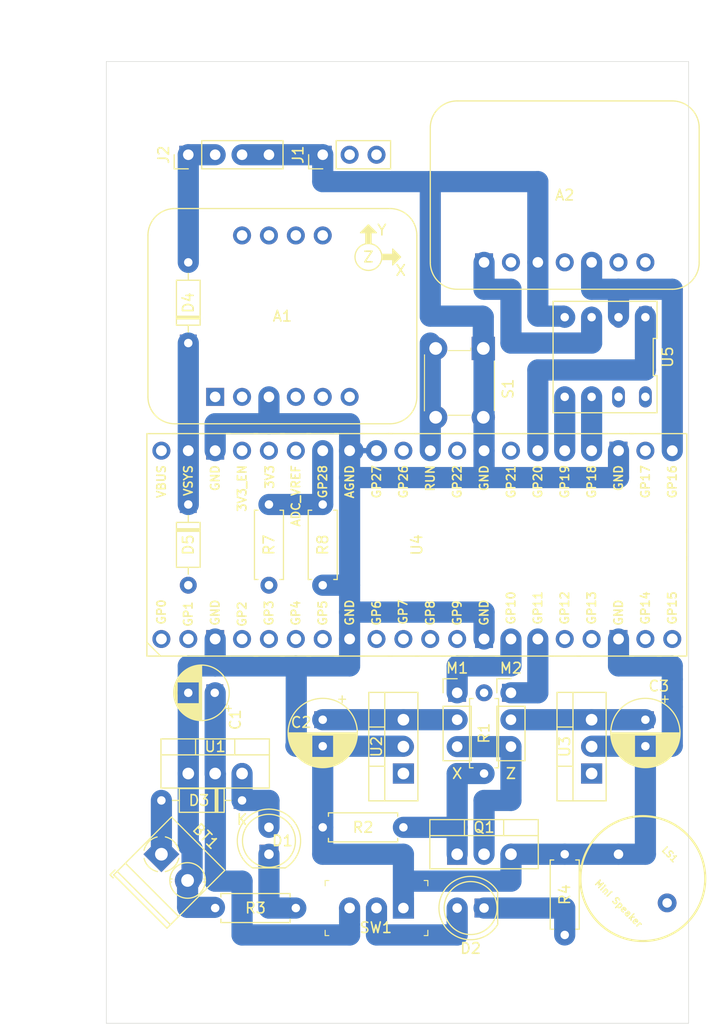
<source format=kicad_pcb>
(kicad_pcb (version 20171130) (host pcbnew 5.1.10-88a1d61d58~88~ubuntu20.04.1)
  (title_block (title "Slider Avionics") (rev v1) (company "Zachary Kohnen") (comment 1 "Perf Board Layout"))
  (layers (0 F.Cu signal) (31 B.Cu signal) (35 F.Paste user) (37 F.SilkS user) (38 B.Mask user) (39 F.Mask user) (44 Edge.Cuts user))
  (net 0 "")
  (net 1 GND)
  (net 2 +3V3)
  (net 3 Servo_X_VCC)
  (net 4 Servo_Z_VCC)
  (net 5 "Net-(D1-Pad1)")
  (net 6 I2C0_SDA)
  (net 7 I2C0_SCL)
  (net 8 SPI0_RX)
  (net 9 SPI0_TX)
  (net 10 SPI0_SCK)
  (net 11 PWM_Buzzer)
  (net 12 Servo_GND)
  (net 13 PWM_Servo_X)
  (net 14 PWM_Servo_Z)
  (net 15 "Net-(NT1-Pad2)")
  (net 16 ARM)
  (net 17 "Net-(Q1-Pad1)")
  (net 18 Servo_EN)
  (net 19 V_BAT_Sense)
  (net 20 RUN)
  (net 21 "Net-(U4-Pad1)")
  (net 22 "Net-(U4-Pad2)")
  (net 23 "Net-(U4-Pad4)")
  (net 24 "Net-(U4-Pad5)")
  (net 25 "Net-(U4-Pad9)")
  (net 26 "Net-(U4-Pad11)")
  (net 27 "Net-(U4-Pad16)")
  (net 28 "Net-(U4-Pad31)")
  (net 29 "Net-(U4-Pad35)")
  (net 30 "Net-(U4-Pad36)")
  (net 31 "Net-(U4-Pad37)")
  (net 32 "Net-(U4-Pad40)")
  (net 33 "Net-(BT1-Pad1)")
  (net 34 +BATT)
  (net 35 "Net-(A1-Pad6)")
  (net 36 "Net-(A1-Pad2)")
  (net 37 "Net-(A1-Pad7)")
  (net 38 "Net-(A1-Pad9)")
  (net 39 "Net-(A1-Pad8)")
  (net 40 "Net-(A1-Pad10)")
  (net 41 BMP280_CS)
  (net 42 "Net-(A2-Pad2)")
  (net 43 FRAM_CS)
  (net 44 "Net-(U4-Pad22)")
  (net 45 "Net-(U5-Pad7)")
  (net 46 "Net-(D2-Pad1)")
  (net 47 Parachute_Deploy)
  (net 48 "Net-(U4-Pad17)")
  (net 49 "Net-(U4-Pad19)")
  (net 50 "Net-(D4-Pad2)")
  (net 51 "Net-(D4-Pad1)")
  (module NetTie:NetTie-2_SMD_Pad0.5mm (layer B.Cu) (at 224.258 86.74)
    (fp_text reference NT1 hide)
    (fp_text value "ADC Ground Reference")
    (fp_poly (pts (xy -0.5 0.25) (xy 0.5 0.25) (xy 0.5 -0.25) (xy -0.5 -0.25)) (layer B.Cu) (width 0))
    (pad 2 smd circle (at 0.5 0) (size 0.5 0.5) (layers B.Cu) (net 15 "Net-(NT1-Pad2)"))
    (pad 1 smd circle (at -0.5 0) (size 0.5 0.5) (layers B.Cu) (net 1 GND))
  )
  (module Connector_PinHeader_2.54mm:PinHeader_1x04_P2.54mm_Vertical (layer F.Cu) (at 207.74 58.8 90)
    (fp_text reference J2 (at 0 -2.33 90) (layer F.SilkS))
    (fp_text value "UC Debug PWR")
    (pad 4 thru_hole oval (at 0 7.62 90) (size 1.7 1.7) (drill 1) (layers *.Cu *.Mask) (net 1 GND))
    (pad 3 thru_hole oval (at 0 5.08 90) (size 1.7 1.7) (drill 1) (layers *.Cu *.Mask) (net 1 GND))
    (pad 2 thru_hole oval (at 0 2.54 90) (size 1.7 1.7) (drill 1) (layers *.Cu *.Mask) (net 50 "Net-(D4-Pad2)"))
    (pad 1 thru_hole rect (at 0 0 90) (size 1.7 1.7) (drill 1) (layers *.Cu *.Mask) (net 50 "Net-(D4-Pad2)"))
  )
  (module Diode_THT:D_DO-35_SOD27_P7.62mm_Horizontal (layer F.Cu) (at 207.74 76.58 90)
    (fp_text reference D4 (at 3.81 0 90) (layer F.SilkS))
    (fp_text value D_Schottky)
    (pad 2 thru_hole oval (at 7.62 0 90) (size 1.6 1.6) (drill 0.8) (layers *.Cu *.Mask) (net 50 "Net-(D4-Pad2)"))
    (pad 1 thru_hole rect (at 0 0 90) (size 1.6 1.6) (drill 0.8) (layers *.Cu *.Mask) (net 51 "Net-(D4-Pad1)"))
  )
  (module Diode_THT:D_DO-35_SOD27_P7.62mm_Horizontal (layer F.Cu) (at 212.82 119.76 180)
    (fp_text reference D3 (at 4.064 0) (layer F.SilkS))
    (fp_text value D_Schottky)
    (fp_text user K (at 0 -1.8) (layer F.SilkS))
    (pad 2 thru_hole oval (at 7.62 0 180) (size 1.6 1.6) (drill 0.8) (layers *.Cu *.Mask) (net 33 "Net-(BT1-Pad1)"))
    (pad 1 thru_hole rect (at 0 0 180) (size 1.6 1.6) (drill 0.8) (layers *.Cu *.Mask) (net 34 +BATT))
  )
  (module Connector_PinHeader_2.54mm:PinHeader_1x03_P2.54mm_Vertical (layer F.Cu) (at 220.44 58.8 90)
    (fp_text reference J1 (at 0 -2.33 90) (layer F.SilkS))
    (fp_text value Parachute)
    (pad 3 thru_hole oval (at 0 5.08 90) (size 1.7 1.7) (drill 1) (layers *.Cu *.Mask) (net 34 +BATT))
    (pad 2 thru_hole oval (at 0 2.54 90) (size 1.7 1.7) (drill 1) (layers *.Cu *.Mask) (net 47 Parachute_Deploy))
    (pad 1 thru_hole rect (at 0 0 90) (size 1.7 1.7) (drill 1) (layers *.Cu *.Mask) (net 1 GND))
  )
  (module Resistor_THT:R_Axial_DIN0207_L6.3mm_D2.5mm_P7.62mm_Horizontal (layer F.Cu) (at 243.3 124.84 270)
    (fp_text reference R4 (at 3.81 0 90) (layer F.SilkS))
    (fp_text value 220)
    (pad 2 thru_hole oval (at 7.62 0 270) (size 1.6 1.6) (drill 0.8) (layers *.Cu *.Mask) (net 46 "Net-(D2-Pad1)"))
    (pad 1 thru_hole circle (at 0 0 270) (size 1.6 1.6) (drill 0.8) (layers *.Cu *.Mask) (net 1 GND))
  )
  (module LED_THT:LED_D5.0mm (layer F.Cu) (at 235.68 129.92 180)
    (fp_text reference D2 (at 1.27 -3.81) (layer F.SilkS))
    (fp_text value "LED (RED)")
    (pad 2 thru_hole circle (at 2.54 0 180) (size 1.8 1.8) (drill 0.9) (layers *.Cu *.Mask) (net 16 ARM))
    (pad 1 thru_hole rect (at 0 0 180) (size 1.8 1.8) (drill 0.9) (layers *.Cu *.Mask) (net 46 "Net-(D2-Pad1)"))
  )
  (module MCU_RaspberryPi_and_Boards:RPi_Pico_TH_Perfboard (layer F.Cu) (at 205.2 104.52 90)
    (fp_text reference U4 (at 8.89 24.13 90) (layer F.SilkS))
    (fp_text value Pico)
    (fp_text user GP1 (at 1.07 2.53 90) (layer F.SilkS) (effects (font (size 0.8 0.8)) (justify left)))
    (fp_text user GP2 (at 1.07 7.62 90) (layer F.SilkS) (effects (font (size 0.8 0.8)) (justify left)))
    (fp_text user GP0 (at 1.27 0 90) (layer F.SilkS) (effects (font (size 0.8 0.8)) (justify left)))
    (fp_text user GP3 (at 1.17 10.16 90) (layer F.SilkS) (effects (font (size 0.8 0.8)) (justify left)))
    (fp_text user GP4 (at 1.17 12.7 90) (layer F.SilkS) (effects (font (size 0.8 0.8)) (justify left)))
    (fp_text user GP5 (at 1.17 15.24 90) (layer F.SilkS) (effects (font (size 0.8 0.8)) (justify left)))
    (fp_text user GP6 (at 1.17 20.32 90) (layer F.SilkS) (effects (font (size 0.8 0.8)) (justify left)))
    (fp_text user GP7 (at 1.27 22.83 90) (layer F.SilkS) (effects (font (size 0.8 0.8)) (justify left)))
    (fp_text user GP8 (at 1.17 25.4 90) (layer F.SilkS) (effects (font (size 0.8 0.8)) (justify left)))
    (fp_text user GP9 (at 1.17 27.94 90) (layer F.SilkS) (effects (font (size 0.8 0.8)) (justify left)))
    (fp_text user GP10 (at 1.27 33.02 90) (layer F.SilkS) (effects (font (size 0.8 0.8)) (justify left)))
    (fp_text user GP11 (at 1.27 35.56 90) (layer F.SilkS) (effects (font (size 0.8 0.8)) (justify left)))
    (fp_text user GP12 (at 1.27 38.1 90) (layer F.SilkS) (effects (font (size 0.8 0.8)) (justify left)))
    (fp_text user GP13 (at 1.27 40.64 90) (layer F.SilkS) (effects (font (size 0.8 0.8)) (justify left)))
    (fp_text user GP14 (at 1.27 45.72 90) (layer F.SilkS) (effects (font (size 0.8 0.8)) (justify left)))
    (fp_text user GP15 (at 1.27 48.26 90) (layer F.SilkS) (effects (font (size 0.8 0.8)) (justify left)))
    (fp_text user GP16 (at 16.51 48.26 90) (layer F.SilkS) (effects (font (size 0.8 0.8)) (justify right)))
    (fp_text user GP17 (at 16.51 45.72 90) (layer F.SilkS) (effects (font (size 0.8 0.8)) (justify right)))
    (fp_text user GP18 (at 16.51 40.64 90) (layer F.SilkS) (effects (font (size 0.8 0.8)) (justify right)))
    (fp_text user GP19 (at 16.51 38.1 90) (layer F.SilkS) (effects (font (size 0.8 0.8)) (justify right)))
    (fp_text user GP20 (at 16.51 35.56 90) (layer F.SilkS) (effects (font (size 0.8 0.8)) (justify right)))
    (fp_text user GP21 (at 16.51 33.03 90) (layer F.SilkS) (effects (font (size 0.8 0.8)) (justify right)))
    (fp_text user GP22 (at 16.51 27.94 90) (layer F.SilkS) (effects (font (size 0.8 0.8)) (justify right)))
    (fp_text user RUN (at 16.51 25.4 90) (layer F.SilkS) (effects (font (size 0.8 0.8)) (justify right)))
    (fp_text user GP26 (at 16.51 22.86 90) (layer F.SilkS) (effects (font (size 0.8 0.8)) (justify right)))
    (fp_text user GP27 (at 16.51 20.33 90) (layer F.SilkS) (effects (font (size 0.8 0.8)) (justify right)))
    (fp_text user GP28 (at 16.51 15.24 90) (layer F.SilkS) (effects (font (size 0.8 0.8)) (justify right)))
    (fp_text user ADC_VREF (at 16.51 12.7 90) (layer F.SilkS) (effects (font (size 0.8 0.8)) (justify right)))
    (fp_text user 3V3 (at 16.51 10.23 90) (layer F.SilkS) (effects (font (size 0.8 0.8)) (justify right)))
    (fp_text user 3V3_EN (at 16.51 7.62 90) (layer F.SilkS) (effects (font (size 0.8 0.8)) (justify right)))
    (fp_text user VSYS (at 16.51 2.54 90) (layer F.SilkS) (effects (font (size 0.8 0.8)) (justify right)))
    (fp_text user VBUS (at 16.51 0 90) (layer F.SilkS) (effects (font (size 0.8 0.8)) (justify right)))
    (fp_text user GND (at 1.17 5.08 90) (layer F.SilkS) (effects (font (size 0.8 0.8)) (justify left)))
    (fp_text user GND (at 1.17 17.78 90) (layer F.SilkS) (effects (font (size 0.8 0.8)) (justify left)))
    (fp_text user GND (at 1.17 30.48 90) (layer F.SilkS) (effects (font (size 0.8 0.8)) (justify left)))
    (fp_text user GND (at 1.17 43.18 90) (layer F.SilkS) (effects (font (size 0.8 0.8)) (justify left)))
    (fp_text user GND (at 16.51 43.18 90) (layer F.SilkS) (effects (font (size 0.8 0.8)) (justify right)))
    (fp_text user GND (at 16.51 30.48 90) (layer F.SilkS) (effects (font (size 0.8 0.8)) (justify right)))
    (fp_text user GND (at 16.51 5.08 90) (layer F.SilkS) (effects (font (size 0.8 0.8)) (justify right)))
    (fp_text user AGND (at 16.51 17.78 90) (layer F.SilkS) (effects (font (size 0.8 0.8)) (justify right)))
    (pad 1 thru_hole oval (at 0 0 90) (size 1.7 1.7) (drill 1.02) (layers *.Cu *.Mask) (net 21 "Net-(U4-Pad1)"))
    (pad 2 thru_hole oval (at 0 2.54 90) (size 1.7 1.7) (drill 1.02) (layers *.Cu *.Mask) (net 22 "Net-(U4-Pad2)"))
    (pad 3 thru_hole rect (at 0 5.08 90) (size 1.7 1.7) (drill 1.02) (layers *.Cu *.Mask) (net 1 GND))
    (pad 4 thru_hole oval (at 0 7.62 90) (size 1.7 1.7) (drill 1.02) (layers *.Cu *.Mask) (net 23 "Net-(U4-Pad4)"))
    (pad 5 thru_hole oval (at 0 10.16 90) (size 1.7 1.7) (drill 1.02) (layers *.Cu *.Mask) (net 24 "Net-(U4-Pad5)"))
    (pad 6 thru_hole oval (at 0 12.7 90) (size 1.7 1.7) (drill 1.02) (layers *.Cu *.Mask) (net 6 I2C0_SDA))
    (pad 7 thru_hole oval (at 0 15.24 90) (size 1.7 1.7) (drill 1.02) (layers *.Cu *.Mask) (net 7 I2C0_SCL))
    (pad 8 thru_hole rect (at 0 17.78 90) (size 1.7 1.7) (drill 1.02) (layers *.Cu *.Mask) (net 1 GND))
    (pad 9 thru_hole oval (at 0 20.32 90) (size 1.7 1.7) (drill 1.02) (layers *.Cu *.Mask) (net 25 "Net-(U4-Pad9)"))
    (pad 10 thru_hole oval (at 0 22.86 90) (size 1.7 1.7) (drill 1.02) (layers *.Cu *.Mask) (net 16 ARM))
    (pad 11 thru_hole oval (at 0 25.4 90) (size 1.7 1.7) (drill 1.02) (layers *.Cu *.Mask) (net 26 "Net-(U4-Pad11)"))
    (pad 12 thru_hole oval (at 0 27.94 90) (size 1.7 1.7) (drill 1.02) (layers *.Cu *.Mask) (net 18 Servo_EN))
    (pad 13 thru_hole rect (at 0 30.48 90) (size 1.7 1.7) (drill 1.02) (layers *.Cu *.Mask) (net 1 GND))
    (pad 14 thru_hole oval (at 0 33.02 90) (size 1.7 1.7) (drill 1.02) (layers *.Cu *.Mask) (net 13 PWM_Servo_X))
    (pad 15 thru_hole oval (at 0 35.56 90) (size 1.7 1.7) (drill 1.02) (layers *.Cu *.Mask) (net 14 PWM_Servo_Z))
    (pad 16 thru_hole oval (at 0 38.1 90) (size 1.7 1.7) (drill 1.02) (layers *.Cu *.Mask) (net 27 "Net-(U4-Pad16)"))
    (pad 17 thru_hole oval (at 0 40.64 90) (size 1.7 1.7) (drill 1.02) (layers *.Cu *.Mask) (net 48 "Net-(U4-Pad17)"))
    (pad 18 thru_hole rect (at 0 43.18 90) (size 1.7 1.7) (drill 1.02) (layers *.Cu *.Mask) (net 1 GND))
    (pad 19 thru_hole oval (at 0 45.72 90) (size 1.7 1.7) (drill 1.02) (layers *.Cu *.Mask) (net 49 "Net-(U4-Pad19)"))
    (pad 20 thru_hole oval (at 0 48.26 90) (size 1.7 1.7) (drill 1.02) (layers *.Cu *.Mask) (net 11 PWM_Buzzer))
    (pad 21 thru_hole oval (at 17.78 48.26 90) (size 1.7 1.7) (drill 1.02) (layers *.Cu *.Mask) (net 8 SPI0_RX))
    (pad 22 thru_hole oval (at 17.78 45.72 90) (size 1.7 1.7) (drill 1.02) (layers *.Cu *.Mask) (net 44 "Net-(U4-Pad22)"))
    (pad 23 thru_hole rect (at 17.78 43.18 90) (size 1.7 1.7) (drill 1.02) (layers *.Cu *.Mask) (net 1 GND))
    (pad 24 thru_hole oval (at 17.78 40.64 90) (size 1.7 1.7) (drill 1.02) (layers *.Cu *.Mask) (net 10 SPI0_SCK))
    (pad 25 thru_hole oval (at 17.78 38.1 90) (size 1.7 1.7) (drill 1.02) (layers *.Cu *.Mask) (net 9 SPI0_TX))
    (pad 26 thru_hole oval (at 17.78 35.56 90) (size 1.7 1.7) (drill 1.02) (layers *.Cu *.Mask) (net 43 FRAM_CS))
    (pad 27 thru_hole oval (at 17.78 33.02 90) (size 1.7 1.7) (drill 1.02) (layers *.Cu *.Mask) (net 41 BMP280_CS))
    (pad 28 thru_hole rect (at 17.78 30.48 90) (size 1.7 1.7) (drill 1.02) (layers *.Cu *.Mask) (net 1 GND))
    (pad 29 thru_hole oval (at 17.78 27.94 90) (size 1.7 1.7) (drill 1.02) (layers *.Cu *.Mask) (net 47 Parachute_Deploy))
    (pad 30 thru_hole oval (at 17.78 25.4 90) (size 1.7 1.7) (drill 1.02) (layers *.Cu *.Mask) (net 20 RUN))
    (pad 31 thru_hole oval (at 17.78 22.86 90) (size 1.7 1.7) (drill 1.02) (layers *.Cu *.Mask) (net 28 "Net-(U4-Pad31)"))
    (pad 32 thru_hole oval (at 17.78 20.32 90) (size 1.7 1.7) (drill 1.02) (layers *.Cu *.Mask) (net 15 "Net-(NT1-Pad2)"))
    (pad 33 thru_hole rect (at 17.78 17.78 90) (size 1.7 1.7) (drill 1.02) (layers *.Cu *.Mask) (net 1 GND))
    (pad 34 thru_hole oval (at 17.78 15.24 90) (size 1.7 1.7) (drill 1.02) (layers *.Cu *.Mask) (net 19 V_BAT_Sense))
    (pad 35 thru_hole oval (at 17.78 12.7 90) (size 1.7 1.7) (drill 1.02) (layers *.Cu *.Mask) (net 29 "Net-(U4-Pad35)"))
    (pad 36 thru_hole oval (at 17.78 10.16 90) (size 1.7 1.7) (drill 1.02) (layers *.Cu *.Mask) (net 30 "Net-(U4-Pad36)"))
    (pad 37 thru_hole oval (at 17.78 7.62 90) (size 1.7 1.7) (drill 1.02) (layers *.Cu *.Mask) (net 31 "Net-(U4-Pad37)"))
    (pad 38 thru_hole rect (at 17.78 5.08 90) (size 1.7 1.7) (drill 1.02) (layers *.Cu *.Mask) (net 1 GND))
    (pad 39 thru_hole oval (at 17.78 2.54 90) (size 1.7 1.7) (drill 1.02) (layers *.Cu *.Mask) (net 51 "Net-(D4-Pad1)"))
    (pad 40 thru_hole oval (at 17.78 0 90) (size 1.7 1.7) (drill 1.02) (layers *.Cu *.Mask) (net 32 "Net-(U4-Pad40)"))
  )
  (module SparkFun-Electromechanical:BUZZER-12MM (layer F.Cu) (at 250.67715 127.13715 315)
    (fp_text reference LS1 (at 0.195374 -3.412497 135) (layer F.SilkS) (effects (font (size 0.6096 0.6096) (thickness 0.127))))
    (fp_text value "Mini Speaker" (at 0.054555 3.28456 135) (layer F.SilkS) (effects (font (size 0.6096 0.6096) (thickness 0.127))))
    (pad - thru_hole circle (at -3.24866 0 315) (size 1.778 1.778) (drill 0.89916) (layers *.Cu *.Mask) (net 1 GND))
    (pad + thru_hole circle (at 3.24866 0 315) (size 1.778 1.778) (drill 0.89916) (layers *.Cu *.Mask) (net 11 PWM_Buzzer))
  )
  (module cypress:FM25V20A (layer F.Cu) (at 250.92 74.14 180)
    (fp_text reference U5 (at -2.1 -3.76 90) (layer F.SilkS))
    (fp_text value FM25V20A-PG)
    (pad 4 thru_hole oval (at 7.62 0 180) (size 1.2 2) (drill 0.8) (layers *.Cu *.Mask) (net 1 GND))
    (pad 5 thru_hole oval (at 7.62 -7.52 180) (size 1.2 2) (drill 0.8) (layers *.Cu *.Mask) (net 9 SPI0_TX))
    (pad 3 thru_hole oval (at 5.08 0 180) (size 1.2 2) (drill 0.8) (layers *.Cu *.Mask) (net 2 +3V3))
    (pad 6 thru_hole oval (at 5.08 -7.52 180) (size 1.2 2) (drill 0.8) (layers *.Cu *.Mask) (net 10 SPI0_SCK))
    (pad 2 thru_hole oval (at 2.54 0 180) (size 1.2 2) (drill 0.8) (layers *.Cu *.Mask) (net 8 SPI0_RX))
    (pad 7 thru_hole oval (at 2.54 -7.52 180) (size 1.2 2) (drill 0.8) (layers *.Cu *.Mask) (net 45 "Net-(U5-Pad7)"))
    (pad 1 thru_hole rect (at 0 0 180) (size 1.2 2) (drill 0.8) (layers *.Cu *.Mask) (net 43 FRAM_CS))
    (pad 8 thru_hole oval (at 0 -7.52 180) (size 1.2 2) (drill 0.8) (layers *.Cu *.Mask) (net 2 +3V3))
  )
  (module adafruit:Adafruit_BMP280 (layer F.Cu) (at 235.68 68.96)
    (fp_text reference A2 (at 7.62 -6.35) (layer F.SilkS))
    (fp_text value BMP280)
    (pad 2 thru_hole oval (at 2.54 0 90) (size 1.7 1.7) (drill 1) (layers *.Cu *.Mask) (net 42 "Net-(A2-Pad2)"))
    (pad 1 thru_hole rect (at 0 0 90) (size 1.7 1.7) (drill 1) (layers *.Cu *.Mask) (net 2 +3V3))
    (pad 3 thru_hole oval (at 5.08 0 90) (size 1.7 1.7) (drill 1) (layers *.Cu *.Mask) (net 1 GND))
    (pad 4 thru_hole oval (at 7.62 0 180) (size 1.7 1.7) (drill 1) (layers *.Cu *.Mask) (net 10 SPI0_SCK))
    (pad 5 thru_hole oval (at 10.16 0 90) (size 1.7 1.7) (drill 1) (layers *.Cu *.Mask) (net 8 SPI0_RX))
    (pad 6 thru_hole oval (at 12.7 0 90) (size 1.7 1.7) (drill 1) (layers *.Cu *.Mask) (net 9 SPI0_TX))
    (pad 7 thru_hole oval (at 15.24 0 90) (size 1.7 1.7) (drill 1) (layers *.Cu *.Mask) (net 41 BMP280_CS))
  )
  (module adafruit:Adafruit_BNO055 (layer F.Cu) (at 210.28 81.66)
    (fp_text reference A1 (at 6.35 -7.62) (layer F.SilkS))
    (fp_text value BNO055)
    (fp_text user X (at 17.526 -11.938) (layer F.SilkS))
    (fp_text user Y (at 15.748 -15.748) (layer F.SilkS))
    (fp_text user Z (at 14.478 -13.208) (layer F.SilkS))
    (pad 1 thru_hole rect (at 0 0 90) (size 1.7 1.7) (drill 1) (layers *.Cu *.Mask) (net 2 +3V3))
    (pad 6 thru_hole oval (at 12.7 0 90) (size 1.7 1.7) (drill 1) (layers *.Cu *.Mask) (net 35 "Net-(A1-Pad6)"))
    (pad 4 thru_hole oval (at 7.62 0 90) (size 1.7 1.7) (drill 1) (layers *.Cu *.Mask) (net 6 I2C0_SDA))
    (pad 3 thru_hole oval (at 5.08 0 90) (size 1.7 1.7) (drill 1) (layers *.Cu *.Mask) (net 1 GND))
    (pad 2 thru_hole oval (at 2.54 0 90) (size 1.7 1.7) (drill 1) (layers *.Cu *.Mask) (net 36 "Net-(A1-Pad2)"))
    (pad 5 thru_hole oval (at 10.16 0 90) (size 1.7 1.7) (drill 1) (layers *.Cu *.Mask) (net 7 I2C0_SCL))
    (pad 7 thru_hole oval (at 2.54 -15.24 90) (size 1.7 1.7) (drill 1) (layers *.Cu *.Mask) (net 37 "Net-(A1-Pad7)"))
    (pad 9 thru_hole oval (at 7.62 -15.24 90) (size 1.7 1.7) (drill 1) (layers *.Cu *.Mask) (net 38 "Net-(A1-Pad9)"))
    (pad 8 thru_hole oval (at 5.08 -15.24 90) (size 1.7 1.7) (drill 1) (layers *.Cu *.Mask) (net 39 "Net-(A1-Pad8)"))
    (pad 10 thru_hole oval (at 10.16 -15.24 90) (size 1.7 1.7) (drill 1) (layers *.Cu *.Mask) (net 40 "Net-(A1-Pad10)"))
  )
  (module digikey-footprints:Switch_Toggle_ATE1D-2M3-10-Z (layer F.Cu) (at 225.52 129.92 180)
    (fp_text reference SW1 (at 0.064672 -1.852041) (layer F.SilkS))
    (fp_text value SW_SPDT)
    (pad 3 thru_hole circle (at 2.54 0 180) (size 2 2) (drill 1) (layers *.Cu *.Mask) (net 2 +3V3))
    (pad 2 thru_hole circle (at 0 0 180) (size 2 2) (drill 1) (layers *.Cu *.Mask) (net 16 ARM))
    (pad 1 thru_hole rect (at -2.54 0 180) (size 2 2) (drill 1) (layers *.Cu *.Mask) (net 1 GND))
  )
  (module Package_TO_SOT_THT:TO-220-3_Vertical (layer F.Cu) (at 233.14 124.84)
    (fp_text reference Q1 (at 2.54 -2.54) (layer F.SilkS))
    (fp_text value IRF540N)
    (pad 1 thru_hole rect (at 0 0) (size 1.905 2) (drill 1.1) (layers *.Cu *.Mask) (net 17 "Net-(Q1-Pad1)"))
    (pad 2 thru_hole oval (at 2.54 0) (size 1.905 2) (drill 1.1) (layers *.Cu *.Mask) (net 12 Servo_GND))
    (pad 3 thru_hole oval (at 5.08 0) (size 1.905 2) (drill 1.1) (layers *.Cu *.Mask) (net 1 GND))
  )
  (module Capacitor_THT:CP_Radial_D6.3mm_P2.50mm (layer F.Cu) (at 250.92 112.14 270)
    (fp_text reference C3 (at -3.175 -1.27 180) (layer F.SilkS))
    (fp_text value 100uF)
    (pad 2 thru_hole circle (at 2.5 0 270) (size 1.6 1.6) (drill 0.8) (layers *.Cu *.Mask) (net 1 GND))
    (pad 1 thru_hole rect (at 0 0 270) (size 1.6 1.6) (drill 0.8) (layers *.Cu *.Mask) (net 4 Servo_Z_VCC))
  )
  (module Capacitor_THT:CP_Radial_D6.3mm_P2.50mm (layer F.Cu) (at 220.44 112.14 270)
    (fp_text reference C2 (at 0.254 2.032 180) (layer F.SilkS))
    (fp_text value 100uF)
    (pad 2 thru_hole circle (at 2.5 0 270) (size 1.6 1.6) (drill 0.8) (layers *.Cu *.Mask) (net 1 GND))
    (pad 1 thru_hole rect (at 0 0 270) (size 1.6 1.6) (drill 0.8) (layers *.Cu *.Mask) (net 3 Servo_X_VCC))
  )
  (module Diode_THT:D_DO-35_SOD27_P7.62mm_Horizontal (layer F.Cu) (at 207.74 91.82 270)
    (fp_text reference D5 (at 3.81 0 90) (layer F.SilkS))
    (fp_text value D_Schottky)
    (pad 2 thru_hole oval (at 7.62 0 270) (size 1.6 1.6) (drill 0.8) (layers *.Cu *.Mask) (net 2 +3V3))
    (pad 1 thru_hole rect (at 0 0 270) (size 1.6 1.6) (drill 0.8) (layers *.Cu *.Mask) (net 51 "Net-(D4-Pad1)"))
  )
  (module TerminalBlock_Phoenix:TerminalBlock_Phoenix_PT-1,5-2-3.5-H_1x02_P3.50mm_Horizontal (layer F.Cu) (at 205.2 124.84 315)
    (fp_text reference BT1 (at 1.75 -4.16 135) (layer F.SilkS))
    (fp_text value Battery)
    (pad 2 thru_hole circle (at 3.5 0 315) (size 2.4 2.4) (drill 1.2) (layers *.Cu *.Mask) (net 1 GND))
    (pad 1 thru_hole rect (at 0 0 315) (size 2.4 2.4) (drill 1.2) (layers *.Cu *.Mask) (net 33 "Net-(BT1-Pad1)"))
  )
  (module Connector_PinHeader_2.54mm:PinHeader_1x03_P2.54mm_Vertical (layer F.Cu) (at 238.22 109.6)
    (fp_text reference M2 (at 0 -2.33) (layer F.SilkS))
    (fp_text value "Servo Y")
    (pad 1 thru_hole rect (at 0 0) (size 1.7 1.7) (drill 1) (layers *.Cu *.Mask) (net 14 PWM_Servo_Z))
    (pad 2 thru_hole oval (at 0 2.54) (size 1.7 1.7) (drill 1) (layers *.Cu *.Mask) (net 4 Servo_Z_VCC))
    (pad 3 thru_hole oval (at 0 5.08) (size 1.7 1.7) (drill 1) (layers *.Cu *.Mask) (net 12 Servo_GND))
  )
  (module MountingHole:MountingHole_3mm (layer F.Cu) (at 204.8 54.5)
    (fp_text reference H2 hide)
    (fp_text value MountingHole hide)
    (pad 1 np_thru_hole circle (at 0 0) (size 3 3) (drill 3) (layers *.Cu *.Mask))
  )
  (module MountingHole:MountingHole_3mm (layer F.Cu) (at 204.8 137)
    (fp_text reference H1 hide)
    (fp_text value MountingHole hide)
    (pad 1 np_thru_hole circle (at 0 0) (size 3 3) (drill 3) (layers *.Cu *.Mask))
  )
  (module Capacitor_THT:CP_Radial_D5.0mm_P2.50mm (layer F.Cu) (at 210.24 109.6 180)
    (fp_text reference C1 (at -1.945 -2.54 270) (layer F.SilkS))
    (fp_text value 47uF)
    (pad 1 thru_hole rect (at 0 0 180) (size 1.6 1.6) (drill 0.8) (layers *.Cu *.Mask) (net 2 +3V3))
    (pad 2 thru_hole circle (at 2.5 0 180) (size 1.6 1.6) (drill 0.8) (layers *.Cu *.Mask) (net 1 GND))
  )
  (module LED_THT:LED_D5.0mm (layer F.Cu) (at 215.36 124.84 90)
    (fp_text reference D1 (at 1.27 1.27 180) (layer F.SilkS))
    (fp_text value "LED (YLO)")
    (pad 2 thru_hole circle (at 2.54 0 90) (size 1.8 1.8) (drill 0.9) (layers *.Cu *.Mask) (net 34 +BATT))
    (pad 1 thru_hole rect (at 0 0 90) (size 1.8 1.8) (drill 0.9) (layers *.Cu *.Mask) (net 5 "Net-(D1-Pad1)"))
  )
  (module Connector_PinHeader_2.54mm:PinHeader_1x03_P2.54mm_Vertical (layer F.Cu) (at 233.14 109.6)
    (fp_text reference M1 (at 0 -2.33) (layer F.SilkS))
    (fp_text value "Servo X")
    (pad 3 thru_hole oval (at 0 5.08) (size 1.7 1.7) (drill 1) (layers *.Cu *.Mask) (net 12 Servo_GND))
    (pad 2 thru_hole oval (at 0 2.54) (size 1.7 1.7) (drill 1) (layers *.Cu *.Mask) (net 3 Servo_X_VCC))
    (pad 1 thru_hole rect (at 0 0) (size 1.7 1.7) (drill 1) (layers *.Cu *.Mask) (net 13 PWM_Servo_X))
  )
  (module Resistor_THT:R_Axial_DIN0207_L6.3mm_D2.5mm_P7.62mm_Horizontal (layer F.Cu) (at 235.68 117.22 90)
    (fp_text reference R1 (at 3.81 0 90) (layer F.SilkS))
    (fp_text value 220)
    (pad 2 thru_hole oval (at 7.62 0 90) (size 1.6 1.6) (drill 0.8) (layers *.Cu *.Mask) (net 18 Servo_EN))
    (pad 1 thru_hole circle (at 0 0 90) (size 1.6 1.6) (drill 0.8) (layers *.Cu *.Mask) (net 17 "Net-(Q1-Pad1)"))
  )
  (module Resistor_THT:R_Axial_DIN0207_L6.3mm_D2.5mm_P7.62mm_Horizontal (layer F.Cu) (at 220.44 122.3)
    (fp_text reference R2 (at 3.81 0) (layer F.SilkS))
    (fp_text value 2.2k)
    (pad 1 thru_hole circle (at 0 0) (size 1.6 1.6) (drill 0.8) (layers *.Cu *.Mask) (net 1 GND))
    (pad 2 thru_hole oval (at 7.62 0) (size 1.6 1.6) (drill 0.8) (layers *.Cu *.Mask) (net 17 "Net-(Q1-Pad1)"))
  )
  (module Resistor_THT:R_Axial_DIN0207_L6.3mm_D2.5mm_P7.62mm_Horizontal (layer F.Cu) (at 210.28 129.92)
    (fp_text reference R3 (at 3.81 0) (layer F.SilkS))
    (fp_text value 220)
    (pad 2 thru_hole oval (at 7.62 0) (size 1.6 1.6) (drill 0.8) (layers *.Cu *.Mask) (net 5 "Net-(D1-Pad1)"))
    (pad 1 thru_hole circle (at 0 0) (size 1.6 1.6) (drill 0.8) (layers *.Cu *.Mask) (net 1 GND))
  )
  (module Resistor_THT:R_Axial_DIN0207_L6.3mm_D2.5mm_P7.62mm_Horizontal (layer F.Cu) (at 215.36 99.44 90)
    (fp_text reference R7 (at 3.81 0 90) (layer F.SilkS))
    (fp_text value 220k)
    (pad 1 thru_hole circle (at 0 0 90) (size 1.6 1.6) (drill 0.8) (layers *.Cu *.Mask) (net 34 +BATT))
    (pad 2 thru_hole oval (at 7.62 0 90) (size 1.6 1.6) (drill 0.8) (layers *.Cu *.Mask) (net 19 V_BAT_Sense))
  )
  (module Resistor_THT:R_Axial_DIN0207_L6.3mm_D2.5mm_P7.62mm_Horizontal (layer F.Cu) (at 220.44 91.82 270)
    (fp_text reference R8 (at 3.81 0 90) (layer F.SilkS))
    (fp_text value 100k)
    (pad 2 thru_hole oval (at 7.62 0 270) (size 1.6 1.6) (drill 0.8) (layers *.Cu *.Mask) (net 1 GND))
    (pad 1 thru_hole circle (at 0 0 270) (size 1.6 1.6) (drill 0.8) (layers *.Cu *.Mask) (net 19 V_BAT_Sense))
  )
  (module digikey-footprints:Switch_Tactile_THT_6x6mm (layer F.Cu) (at 235.608 77.088 270)
    (fp_text reference S1 (at 3.81 -2.3368 90) (layer F.SilkS))
    (fp_text value 1825910-6)
    (pad 1 thru_hole rect (at 0 0 270) (size 2.2 2.2) (drill 1.2) (layers *.Cu *.Mask) (net 1 GND))
    (pad 2 thru_hole circle (at 6.5 0 270) (size 2.2 2.2) (drill 1.2) (layers *.Cu *.Mask) (net 1 GND))
    (pad 4 thru_hole circle (at 6.5 4.5 270) (size 2.2 2.2) (drill 1.2) (layers *.Cu *.Mask) (net 20 RUN))
    (pad 3 thru_hole circle (at 0 4.5 270) (size 2.2 2.2) (drill 1.2) (layers *.Cu *.Mask) (net 20 RUN))
  )
  (module Package_TO_SOT_THT:TO-220-3_Vertical (layer F.Cu) (at 207.74 117.22)
    (fp_text reference U1 (at 2.54 -2.54) (layer F.SilkS))
    (fp_text value LM1086-3.3)
    (pad 1 thru_hole rect (at 0 0) (size 1.905 2) (drill 1.1) (layers *.Cu *.Mask) (net 1 GND))
    (pad 2 thru_hole oval (at 2.54 0) (size 1.905 2) (drill 1.1) (layers *.Cu *.Mask) (net 2 +3V3))
    (pad 3 thru_hole oval (at 5.08 0) (size 1.905 2) (drill 1.1) (layers *.Cu *.Mask) (net 34 +BATT))
  )
  (module Package_TO_SOT_THT:TO-220-3_Vertical (layer F.Cu) (at 228.06 117.22 90)
    (fp_text reference U2 (at 2.54 -2.54 90) (layer F.SilkS))
    (fp_text value L7805CV)
    (pad 3 thru_hole oval (at 5.08 0 90) (size 1.905 2) (drill 1.1) (layers *.Cu *.Mask) (net 3 Servo_X_VCC))
    (pad 2 thru_hole oval (at 2.54 0 90) (size 1.905 2) (drill 1.1) (layers *.Cu *.Mask) (net 1 GND))
    (pad 1 thru_hole rect (at 0 0 90) (size 1.905 2) (drill 1.1) (layers *.Cu *.Mask) (net 34 +BATT))
  )
  (module Package_TO_SOT_THT:TO-220-3_Vertical (layer F.Cu) (at 245.84 117.22 90)
    (fp_text reference U3 (at 2.54 -2.54 90) (layer F.SilkS))
    (fp_text value L7805CV)
    (pad 1 thru_hole rect (at 0 0 90) (size 1.905 2) (drill 1.1) (layers *.Cu *.Mask) (net 34 +BATT))
    (pad 2 thru_hole oval (at 2.54 0 90) (size 1.905 2) (drill 1.1) (layers *.Cu *.Mask) (net 1 GND))
    (pad 3 thru_hole oval (at 5.08 0 90) (size 1.905 2) (drill 1.1) (layers *.Cu *.Mask) (net 4 Servo_Z_VCC))
  )
  (gr_text Z (at 238.22 117.22) (layer F.SilkS) (effects (font (size 1 1))))
  (gr_text X (at 233.14 117.22) (layer F.SilkS) (effects (font (size 1 1))))
  (gr_line (start 200 140.8) (end 255 140.8) (layer Edge.Cuts) (width 0.05))
  (gr_line (start 255 50) (end 255 140.8) (layer Edge.Cuts) (width 0.05))
  (gr_line (start 200 50) (end 200 140.8) (layer Edge.Cuts) (width 0.05))
  (gr_line (start 200 50) (end 255 50) (layer Edge.Cuts) (width 0.05))
  (segment (start 222.98 86.74) (end 223.758 86.74) (width 0.25) (layer F.Cu) (net 1))
  (segment (start 212.82 58.8) (end 220.44 58.8) (width 2) (layer B.Cu) (net 1))
  (segment (start 220.44 99.44) (end 222.98 99.44) (width 2) (layer B.Cu) (net 1))
  (segment (start 222.98 86.74) (end 223.307999 86.74) (width 2) (layer B.Cu) (net 1))
  (segment (start 235.68 86.74) (end 235.68 76.58) (width 2) (layer B.Cu) (net 1))
  (segment (start 243.3 74.14) (end 243.2 74.04) (width 2) (layer B.Cu) (net 1))
  (segment (start 243.2 74.04) (end 240.76 74.04) (width 2) (layer B.Cu) (net 1))
  (segment (start 240.76 74.04) (end 240.76 68.96) (width 2) (layer B.Cu) (net 1))
  (segment (start 240.76 68.96) (end 240.76 61.34) (width 2) (layer B.Cu) (net 1))
  (segment (start 220.44 61.34) (end 220.44 58.8) (width 2) (layer B.Cu) (net 1))
  (segment (start 210.28 86.74) (end 210.28 84.2) (width 2) (layer B.Cu) (net 1))
  (segment (start 210.28 84.2) (end 215.36 84.2) (width 2) (layer B.Cu) (net 1))
  (segment (start 215.36 84.2) (end 215.36 81.66) (width 2) (layer B.Cu) (net 1))
  (segment (start 222.98 86.74) (end 222.98 84.2) (width 2) (layer B.Cu) (net 1))
  (segment (start 219.17 84.2) (end 215.36 84.2) (width 2) (layer B.Cu) (net 1))
  (segment (start 222.98 84.2) (end 219.17 84.2) (width 2) (layer B.Cu) (net 1))
  (segment (start 210.28 104.52) (end 210.28 107.06) (width 2) (layer B.Cu) (net 1))
  (segment (start 210.28 107.06) (end 207.74 107.06) (width 2) (layer B.Cu) (net 1))
  (segment (start 207.74 107.06) (end 207.74 109.6) (width 2) (layer B.Cu) (net 1))
  (segment (start 207.74 109.6) (end 207.74 117.22) (width 2) (layer B.Cu) (net 1))
  (segment (start 208.097066 124.342938) (end 208.097066 127.022934) (width 2) (layer B.Cu) (net 1))
  (segment (start 207.74 123.985872) (end 208.097066 124.342938) (width 2) (layer B.Cu) (net 1))
  (segment (start 207.74 117.22) (end 207.74 123.985872) (width 2) (layer B.Cu) (net 1))
  (segment (start 207.674874 127.314874) (end 207.674874 129.854874) (width 2) (layer B.Cu) (net 1))
  (segment (start 207.674874 129.854874) (end 210.214874 129.854874) (width 2) (layer B.Cu) (net 1))
  (segment (start 220.44 114.64) (end 220.44 122.3) (width 2) (layer B.Cu) (net 1))
  (segment (start 220.44 114.64) (end 217.94 114.64) (width 2) (layer B.Cu) (net 1))
  (segment (start 217.94 114.64) (end 217.9 114.6) (width 2) (layer B.Cu) (net 1))
  (segment (start 220.44 114.64) (end 228.02 114.64) (width 2) (layer B.Cu) (net 1))
  (segment (start 250.92 114.64) (end 245.88 114.64) (width 2) (layer B.Cu) (net 1))
  (segment (start 248.38 124.84) (end 243.3 124.84) (width 2) (layer B.Cu) (net 1))
  (segment (start 243.3 124.84) (end 238.22 124.84) (width 2) (layer B.Cu) (net 1))
  (segment (start 220.44 122.3) (end 220.44 124.84) (width 2) (layer B.Cu) (net 1))
  (segment (start 220.44 124.84) (end 228.06 124.84) (width 2) (layer B.Cu) (net 1))
  (segment (start 248.38 124.84) (end 250.92 124.84) (width 2) (layer B.Cu) (net 1))
  (segment (start 250.92 124.84) (end 250.92 114.68) (width 2) (layer B.Cu) (net 1))
  (segment (start 250.92 114.64) (end 253.42 114.64) (width 2) (layer B.Cu) (net 1))
  (segment (start 253.42 114.64) (end 253.46 114.6) (width 2) (layer B.Cu) (net 1))
  (segment (start 253.46 114.6) (end 253.46 110.919998) (width 2) (layer B.Cu) (net 1))
  (segment (start 253.46 110.919998) (end 253.46 108.33) (width 2) (layer B.Cu) (net 1))
  (segment (start 253.46 108.33) (end 253.46 107.06) (width 2) (layer B.Cu) (net 1))
  (segment (start 253.46 107.06) (end 248.38 107.06) (width 2) (layer B.Cu) (net 1))
  (segment (start 248.38 107.06) (end 248.38 104.52) (width 2) (layer B.Cu) (net 1))
  (segment (start 238.22 124.84) (end 238.22 127.38) (width 2) (layer B.Cu) (net 1))
  (segment (start 238.22 127.38) (end 228.06 127.38) (width 2) (layer B.Cu) (net 1))
  (segment (start 228.06 127.38) (end 228.06 129.92) (width 2) (layer B.Cu) (net 1))
  (segment (start 228.06 124.84) (end 228.06 127.38) (width 2) (layer B.Cu) (net 1))
  (segment (start 222.98 101.98) (end 235.68 101.98) (width 2) (layer B.Cu) (net 1))
  (segment (start 222.98 99.44) (end 222.98 101.98) (width 2) (layer B.Cu) (net 1))
  (segment (start 222.98 101.98) (end 222.98 104.52) (width 2) (layer B.Cu) (net 1))
  (segment (start 235.68 101.98) (end 235.68 104.52) (width 2) (layer B.Cu) (net 1))
  (segment (start 222.98 107.06) (end 222.98 104.52) (width 2) (layer B.Cu) (net 1))
  (segment (start 217.94 107.1) (end 217.9 107.06) (width 2) (layer B.Cu) (net 1))
  (segment (start 217.94 114.64) (end 217.94 107.1) (width 2) (layer B.Cu) (net 1))
  (segment (start 217.9 107.06) (end 222.98 107.06) (width 2) (layer B.Cu) (net 1))
  (segment (start 210.28 107.06) (end 217.9 107.06) (width 2) (layer B.Cu) (net 1))
  (segment (start 235.68 86.74) (end 235.68 89.28) (width 2) (layer B.Cu) (net 1))
  (segment (start 235.68 89.28) (end 248.38 89.28) (width 2) (layer B.Cu) (net 1))
  (segment (start 248.38 89.28) (end 248.38 86.74) (width 2) (layer B.Cu) (net 1))
  (segment (start 235.68 89.28) (end 222.98 89.28) (width 2) (layer B.Cu) (net 1))
  (segment (start 222.98 89.28) (end 222.98 86.74) (width 2) (layer B.Cu) (net 1))
  (segment (start 230.6 61.34) (end 220.44 61.34) (width 2) (layer B.Cu) (net 1))
  (segment (start 240.76 61.34) (end 230.6 61.34) (width 2) (layer B.Cu) (net 1))
  (segment (start 222.98 99.44) (end 222.98 89.28) (width 2) (layer B.Cu) (net 1))
  (segment (start 230.6 74.04) (end 230.6 61.34) (width 2) (layer B.Cu) (net 1))
  (segment (start 235.536 74.04) (end 230.6 74.04) (width 2) (layer B.Cu) (net 1))
  (segment (start 235.608 74.112) (end 235.536 74.04) (width 2) (layer B.Cu) (net 1))
  (segment (start 235.608 77.088) (end 235.608 74.112) (width 2) (layer B.Cu) (net 1))
  (segment (start 210.28 117.22) (end 210.28 109.6) (width 2) (layer B.Cu) (net 2))
  (segment (start 222.98 129.92) (end 222.98 132.46) (width 2) (layer B.Cu) (net 2))
  (segment (start 222.98 132.46) (end 212.82 132.46) (width 2) (layer B.Cu) (net 2))
  (segment (start 212.82 132.46) (end 212.82 127.38) (width 2) (layer B.Cu) (net 2))
  (segment (start 212.82 127.38) (end 210.28 127.38) (width 2) (layer B.Cu) (net 2))
  (segment (start 210.297076 127.362924) (end 210.28 127.38) (width 2) (layer B.Cu) (net 2))
  (segment (start 210.297076 117.237076) (end 210.297076 127.362924) (width 2) (layer B.Cu) (net 2))
  (segment (start 210.28 117.22) (end 210.297076 117.237076) (width 2) (layer B.Cu) (net 2))
  (segment (start 245.84 74.14) (end 245.84 76.58) (width 2) (layer B.Cu) (net 2))
  (segment (start 245.84 76.58) (end 238.22 76.58) (width 2) (layer B.Cu) (net 2))
  (segment (start 238.22 76.58) (end 238.22 71.5) (width 2) (layer B.Cu) (net 2))
  (segment (start 238.22 71.5) (end 235.68 71.5) (width 2) (layer B.Cu) (net 2))
  (segment (start 235.68 71.5) (end 235.68 68.96) (width 2) (layer B.Cu) (net 2))
  (segment (start 220.44 112.14) (end 228.06 112.14) (width 2) (layer B.Cu) (net 3))
  (segment (start 228.06 112.14) (end 233.14 112.14) (width 2) (layer B.Cu) (net 3))
  (segment (start 238.22 112.14) (end 245.84 112.14) (width 2) (layer B.Cu) (net 4))
  (segment (start 245.84 112.14) (end 250.92 112.14) (width 2) (layer B.Cu) (net 4))
  (segment (start 215.36 124.84) (end 215.36 129.92) (width 2) (layer B.Cu) (net 5))
  (segment (start 215.36 129.92) (end 217.9 129.92) (width 2) (layer B.Cu) (net 5))
  (segment (start 253.46 86.74) (end 253.46 71.5) (width 2) (layer B.Cu) (net 8))
  (segment (start 253.46 71.5) (end 248.38 71.5) (width 2) (layer B.Cu) (net 8))
  (segment (start 248.38 71.5) (end 248.38 74.04) (width 2) (layer B.Cu) (net 8))
  (segment (start 248.38 71.5) (end 245.84 71.5) (width 2) (layer B.Cu) (net 8))
  (segment (start 245.84 71.5) (end 245.84 68.96) (width 2) (layer B.Cu) (net 8))
  (segment (start 243.3 81.66) (end 243.3 86.74) (width 2) (layer B.Cu) (net 9))
  (segment (start 245.84 86.74) (end 245.84 81.66) (width 2) (layer B.Cu) (net 10))
  (segment (start 235.68 124.84) (end 235.68 119.76) (width 2) (layer B.Cu) (net 12))
  (segment (start 235.68 119.76) (end 238.22 119.76) (width 2) (layer B.Cu) (net 12))
  (segment (start 238.22 119.76) (end 238.22 114.68) (width 2) (layer B.Cu) (net 12))
  (segment (start 238.22 114.68) (end 233.14 114.68) (width 2) (layer B.Cu) (net 12))
  (segment (start 238.22 104.52) (end 238.22 107.06) (width 2) (layer B.Cu) (net 13))
  (segment (start 238.22 107.06) (end 233.14 107.06) (width 2) (layer B.Cu) (net 13))
  (segment (start 233.14 107.06) (end 233.14 109.6) (width 2) (layer B.Cu) (net 13))
  (segment (start 238.22 109.6) (end 240.76 109.6) (width 2) (layer B.Cu) (net 14))
  (segment (start 240.76 109.6) (end 240.76 104.52) (width 2) (layer B.Cu) (net 14))
  (segment (start 224.758 86.74) (end 225.52 86.74) (width 0.25) (layer F.Cu) (net 15))
  (segment (start 225.52 86.74) (end 225.508009 86.74) (width 2) (layer B.Cu) (net 15))
  (segment (start 225.52 129.92) (end 225.52 132.46) (width 2) (layer B.Cu) (net 16))
  (segment (start 225.52 132.46) (end 233.14 132.46) (width 2) (layer B.Cu) (net 16))
  (segment (start 233.14 132.46) (end 233.14 129.92) (width 2) (layer B.Cu) (net 16))
  (segment (start 233.14 117.22) (end 235.68 117.22) (width 2) (layer B.Cu) (net 17))
  (segment (start 233.14 122.3) (end 228.06 122.3) (width 2) (layer B.Cu) (net 17))
  (segment (start 233.14 124.84) (end 233.14 122.3) (width 2) (layer B.Cu) (net 17))
  (segment (start 233.14 122.3) (end 233.14 117.22) (width 2) (layer B.Cu) (net 17))
  (segment (start 220.44 86.74) (end 220.44 91.82) (width 2) (layer B.Cu) (net 19))
  (segment (start 220.44 91.82) (end 215.36 91.82) (width 2) (layer B.Cu) (net 19))
  (segment (start 230.6 86.74) (end 230.6 76.58) (width 2) (layer B.Cu) (net 20))
  (segment (start 205.2 124.84) (end 205.2 119.76) (width 2) (layer B.Cu) (net 33))
  (segment (start 212.82 119.76) (end 212.82 117.22) (width 2) (layer B.Cu) (net 34))
  (segment (start 212.82 119.76) (end 215.36 119.76) (width 2) (layer B.Cu) (net 34))
  (segment (start 215.36 119.76) (end 215.36 122.3) (width 2) (layer B.Cu) (net 34))
  (segment (start 240.76 86.74) (end 240.76 79.12) (width 2) (layer B.Cu) (net 43))
  (segment (start 240.76 79.12) (end 250.92 79.12) (width 2) (layer B.Cu) (net 43))
  (segment (start 250.92 79.12) (end 250.92 74.04) (width 2) (layer B.Cu) (net 43))
  (segment (start 235.68 129.92) (end 243.3 129.92) (width 2) (layer B.Cu) (net 46))
  (segment (start 243.3 129.92) (end 243.3 132.46) (width 2) (layer B.Cu) (net 46))
  (segment (start 207.74 58.8) (end 207.74 68.96) (width 2) (layer B.Cu) (net 50))
  (segment (start 207.74 58.8) (end 210.28 58.8) (width 2) (layer B.Cu) (net 50))
  (segment (start 207.74 76.58) (end 207.74 86.74) (width 2) (layer B.Cu) (net 51))
  (segment (start 207.74 86.74) (end 207.74 91.82) (width 2) (layer B.Cu) (net 51))
)
</source>
